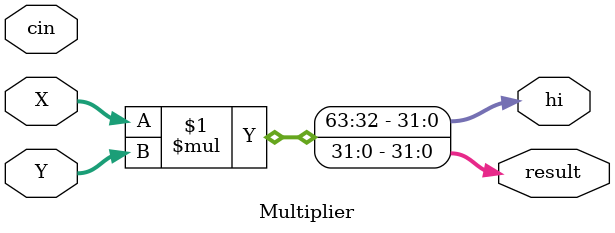
<source format=v>
module Multiplier (
    input [31:0] X,
    input [31:0] Y,
    input cin,            // unused
    output [31:0] result, // lower 32 bits
    output [31:0] hi      // upper 32 bits
);

    assign {hi, result} = X * Y;

endmodule

</source>
